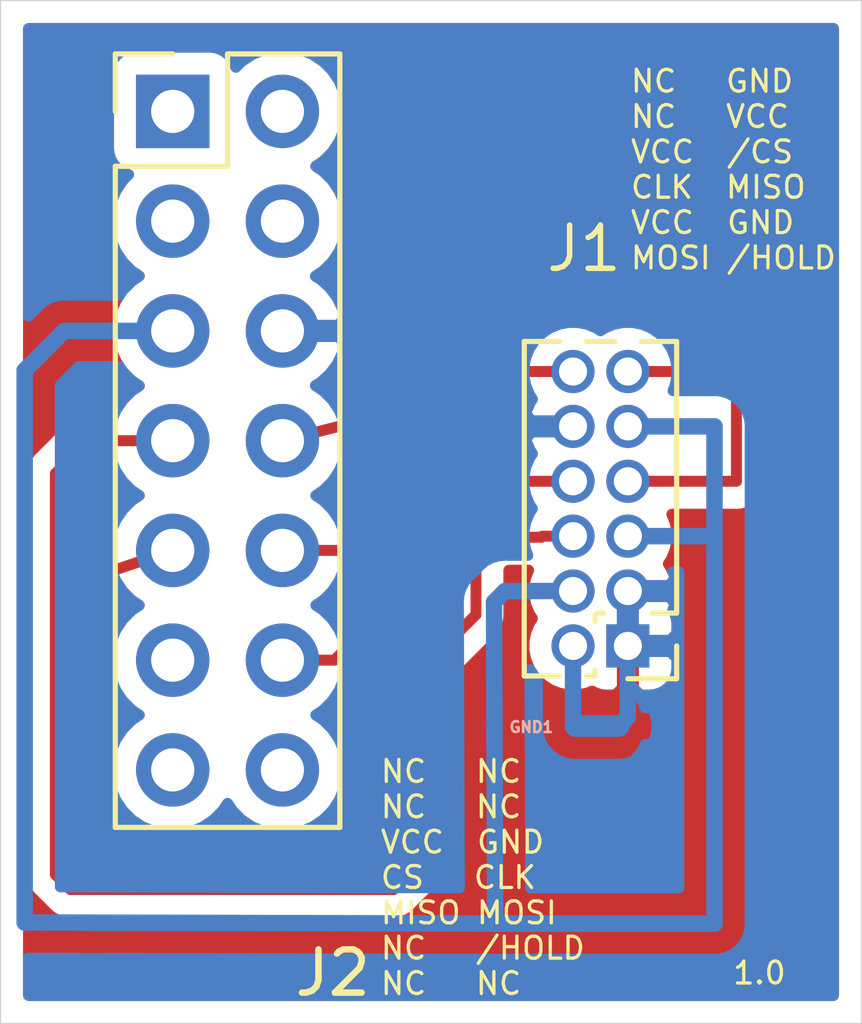
<source format=kicad_pcb>
(kicad_pcb (version 20171130) (host pcbnew 5.1.5+dfsg1-2build2)

  (general
    (thickness 1.6)
    (drawings 7)
    (tracks 56)
    (zones 0)
    (modules 3)
    (nets 16)
  )

  (page A4)
  (title_block
    (title Dediprog_2_UP)
    (date 2020-08-23)
    (rev v01)
    (comment 2 creativecommons.org/licenses/by/4.0)
    (comment 3 "License: CC BY 4.0")
    (comment 4 "Author: David Hendricks")
  )

  (layers
    (0 F.Cu signal hide)
    (31 B.Cu signal hide)
    (32 B.Adhes user)
    (33 F.Adhes user)
    (34 B.Paste user)
    (35 F.Paste user)
    (36 B.SilkS user)
    (37 F.SilkS user)
    (38 B.Mask user)
    (39 F.Mask user)
    (40 Dwgs.User user)
    (41 Cmts.User user)
    (42 Eco1.User user)
    (43 Eco2.User user)
    (44 Edge.Cuts user)
    (45 Margin user)
    (46 B.CrtYd user)
    (47 F.CrtYd user)
    (48 B.Fab user)
    (49 F.Fab user)
  )

  (setup
    (last_trace_width 0.254)
    (user_trace_width 0.1524)
    (user_trace_width 0.381)
    (trace_clearance 0.254)
    (zone_clearance 0.508)
    (zone_45_only no)
    (trace_min 0.1524)
    (via_size 0.762)
    (via_drill 0.381)
    (via_min_size 0.508)
    (via_min_drill 0.254)
    (uvia_size 0.508)
    (uvia_drill 0.254)
    (uvias_allowed no)
    (uvia_min_size 0.508)
    (uvia_min_drill 0.254)
    (edge_width 0.05)
    (segment_width 0.2)
    (pcb_text_width 0.3)
    (pcb_text_size 1.5 1.5)
    (mod_edge_width 0.12)
    (mod_text_size 1 1)
    (mod_text_width 0.15)
    (pad_size 1.524 1.524)
    (pad_drill 0.762)
    (pad_to_mask_clearance 0.0508)
    (solder_mask_min_width 0.1016)
    (aux_axis_origin 0 0)
    (visible_elements FFFFFF7F)
    (pcbplotparams
      (layerselection 0x010fc_ffffffff)
      (usegerberextensions true)
      (usegerberattributes false)
      (usegerberadvancedattributes false)
      (creategerberjobfile false)
      (excludeedgelayer true)
      (linewidth 0.100000)
      (plotframeref false)
      (viasonmask false)
      (mode 1)
      (useauxorigin false)
      (hpglpennumber 1)
      (hpglpenspeed 20)
      (hpglpendiameter 15.000000)
      (psnegative false)
      (psa4output false)
      (plotreference true)
      (plotvalue false)
      (plotinvisibletext false)
      (padsonsilk false)
      (subtractmaskfromsilk false)
      (outputformat 1)
      (mirror false)
      (drillshape 0)
      (scaleselection 1)
      (outputdirectory "dediprog_sf100_2_up_gerbers/"))
  )

  (net 0 "")
  (net 1 GND)
  (net 2 /CLK)
  (net 3 /MISO)
  (net 4 /MOSI)
  (net 5 "Net-(GND1-Pad1)")
  (net 6 "Net-(J2-Pad1)")
  (net 7 "Net-(J2-Pad2)")
  (net 8 "Net-(J2-Pad11)")
  (net 9 "Net-(J2-Pad13)")
  (net 10 "Net-(J2-Pad14)")
  (net 11 /VCC)
  (net 12 /#HOLD)
  (net 13 /CS#)
  (net 14 "Net-(J2-Pad3)")
  (net 15 "Net-(J2-Pad4)")

  (net_class Default "This is the default net class."
    (clearance 0.254)
    (trace_width 0.254)
    (via_dia 0.762)
    (via_drill 0.381)
    (uvia_dia 0.508)
    (uvia_drill 0.254)
    (add_net /#HOLD)
    (add_net /CLK)
    (add_net /CS#)
    (add_net /MISO)
    (add_net /MOSI)
    (add_net /VCC)
    (add_net GND)
    (add_net "Net-(GND1-Pad1)")
    (add_net "Net-(J2-Pad1)")
    (add_net "Net-(J2-Pad11)")
    (add_net "Net-(J2-Pad13)")
    (add_net "Net-(J2-Pad14)")
    (add_net "Net-(J2-Pad2)")
    (add_net "Net-(J2-Pad3)")
    (add_net "Net-(J2-Pad4)")
  )

  (net_class Narrow ""
    (clearance 0.254)
    (trace_width 0.1524)
    (via_dia 0.762)
    (via_drill 0.381)
    (uvia_dia 0.508)
    (uvia_drill 0.254)
  )

  (module Connector_PinHeader_1.27mm:PinHeader_2x06_P1.27mm_Vertical (layer F.Cu) (tedit 59FED6E3) (tstamp 5F42DEB6)
    (at 145.3134 103.8352 180)
    (descr "Through hole straight pin header, 2x06, 1.27mm pitch, double rows")
    (tags "Through hole pin header THT 2x06 1.27mm double row")
    (path /5F3E16BB)
    (fp_text reference J1 (at 1.016 9.1948) (layer F.SilkS)
      (effects (font (size 0.999998 0.999998) (thickness 0.127)))
    )
    (fp_text value Conn_02x6_Odd_Even (at 0.635 8.045) (layer F.Fab)
      (effects (font (size 0.25 0.25) (thickness 0.05)))
    )
    (fp_line (start -0.2175 -0.635) (end 2.34 -0.635) (layer F.Fab) (width 0.1))
    (fp_line (start 2.34 -0.635) (end 2.34 6.985) (layer F.Fab) (width 0.1))
    (fp_line (start 2.34 6.985) (end -1.07 6.985) (layer F.Fab) (width 0.1))
    (fp_line (start -1.07 6.985) (end -1.07 0.2175) (layer F.Fab) (width 0.1))
    (fp_line (start -1.07 0.2175) (end -0.2175 -0.635) (layer F.Fab) (width 0.1))
    (fp_line (start -1.13 7.045) (end -0.30753 7.045) (layer F.SilkS) (width 0.12))
    (fp_line (start 1.57753 7.045) (end 2.4 7.045) (layer F.SilkS) (width 0.12))
    (fp_line (start 0.30753 7.045) (end 0.96247 7.045) (layer F.SilkS) (width 0.12))
    (fp_line (start -1.13 0.76) (end -1.13 7.045) (layer F.SilkS) (width 0.12))
    (fp_line (start 2.4 -0.695) (end 2.4 7.045) (layer F.SilkS) (width 0.12))
    (fp_line (start -1.13 0.76) (end -0.563471 0.76) (layer F.SilkS) (width 0.12))
    (fp_line (start 0.563471 0.76) (end 0.706529 0.76) (layer F.SilkS) (width 0.12))
    (fp_line (start 0.76 0.706529) (end 0.76 0.563471) (layer F.SilkS) (width 0.12))
    (fp_line (start 0.76 -0.563471) (end 0.76 -0.695) (layer F.SilkS) (width 0.12))
    (fp_line (start 0.76 -0.695) (end 0.96247 -0.695) (layer F.SilkS) (width 0.12))
    (fp_line (start 1.57753 -0.695) (end 2.4 -0.695) (layer F.SilkS) (width 0.12))
    (fp_line (start -1.13 0) (end -1.13 -0.76) (layer F.SilkS) (width 0.12))
    (fp_line (start -1.13 -0.76) (end 0 -0.76) (layer F.SilkS) (width 0.12))
    (fp_line (start -1.6 -1.15) (end -1.6 7.5) (layer F.CrtYd) (width 0.05))
    (fp_line (start -1.6 7.5) (end 2.85 7.5) (layer F.CrtYd) (width 0.05))
    (fp_line (start 2.85 7.5) (end 2.85 -1.15) (layer F.CrtYd) (width 0.05))
    (fp_line (start 2.85 -1.15) (end -1.6 -1.15) (layer F.CrtYd) (width 0.05))
    (pad 1 thru_hole rect (at 0 0 180) (size 1 1) (drill 0.65) (layers *.Cu *.Mask)
      (net 1 GND))
    (pad 2 thru_hole oval (at 1.27 0 180) (size 1 1) (drill 0.65) (layers *.Cu *.Mask)
      (net 5 "Net-(GND1-Pad1)"))
    (pad 3 thru_hole oval (at 0 1.27 180) (size 1 1) (drill 0.65) (layers *.Cu *.Mask)
      (net 1 GND))
    (pad 4 thru_hole oval (at 1.27 1.27 180) (size 1 1) (drill 0.65) (layers *.Cu *.Mask)
      (net 11 /VCC))
    (pad 5 thru_hole oval (at 0 2.54 180) (size 1 1) (drill 0.65) (layers *.Cu *.Mask)
      (net 11 /VCC))
    (pad 6 thru_hole oval (at 1.27 2.54 180) (size 1 1) (drill 0.65) (layers *.Cu *.Mask)
      (net 13 /CS#))
    (pad 7 thru_hole oval (at 0 3.81 180) (size 1 1) (drill 0.65) (layers *.Cu *.Mask)
      (net 2 /CLK))
    (pad 8 thru_hole oval (at 1.27 3.81 180) (size 1 1) (drill 0.65) (layers *.Cu *.Mask)
      (net 3 /MISO))
    (pad 9 thru_hole oval (at 0 5.08 180) (size 1 1) (drill 0.65) (layers *.Cu *.Mask)
      (net 11 /VCC))
    (pad 10 thru_hole oval (at 1.27 5.08 180) (size 1 1) (drill 0.65) (layers *.Cu *.Mask)
      (net 1 GND))
    (pad 11 thru_hole oval (at 0 6.35 180) (size 1 1) (drill 0.65) (layers *.Cu *.Mask)
      (net 4 /MOSI))
    (pad 12 thru_hole oval (at 1.27 6.35 180) (size 1 1) (drill 0.65) (layers *.Cu *.Mask)
      (net 12 /#HOLD))
    (model ${KISYS3DMOD}/Connector_PinHeader_1.27mm.3dshapes/PinHeader_2x06_P1.27mm_Vertical.wrl
      (at (xyz 0 0 0))
      (scale (xyz 1 1 1))
      (rotate (xyz 0 0 0))
    )
  )

  (module NetTie:NetTie-2_SMD_Pad0.5mm (layer B.Cu) (tedit 5A1CF6D3) (tstamp 5F4C7A26)
    (at 144.6022 105.6894)
    (descr "Net tie, 2 pin, 0.5mm square SMD pads")
    (tags "net tie")
    (path /5F50BA9D)
    (attr virtual)
    (fp_text reference GND1 (at -1.524 0.0254) (layer B.SilkS)
      (effects (font (size 0.25 0.25) (thickness 0.0625)))
    )
    (fp_text value Net-Tie_2 (at 0.0254 0.762) (layer B.Fab)
      (effects (font (size 0.25 0.25) (thickness 0.05)) (justify mirror))
    )
    (fp_poly (pts (xy -0.5 0.25) (xy 0.5 0.25) (xy 0.5 -0.25) (xy -0.5 -0.25)) (layer B.Cu) (width 0))
    (fp_line (start 1 0.5) (end -1 0.5) (layer B.CrtYd) (width 0.05))
    (fp_line (start 1 -0.5) (end 1 0.5) (layer B.CrtYd) (width 0.05))
    (fp_line (start -1 -0.5) (end 1 -0.5) (layer B.CrtYd) (width 0.05))
    (fp_line (start -1 0.5) (end -1 -0.5) (layer B.CrtYd) (width 0.05))
    (pad 1 smd circle (at -0.5 0) (size 0.5 0.5) (layers B.Cu)
      (net 5 "Net-(GND1-Pad1)"))
    (pad 2 smd circle (at 0.5 0) (size 0.5 0.5) (layers B.Cu)
      (net 1 GND))
  )

  (module Connector_PinHeader_2.54mm:PinHeader_2x07_P2.54mm_Vertical (layer F.Cu) (tedit 59FED5CC) (tstamp 5FA19247)
    (at 134.7724 91.4654)
    (descr "Through hole straight pin header, 2x07, 2.54mm pitch, double rows")
    (tags "Through hole pin header THT 2x07 2.54mm double row")
    (path /5FA12949)
    (fp_text reference J2 (at 3.7084 19.939) (layer F.SilkS)
      (effects (font (size 1 1) (thickness 0.15)))
    )
    (fp_text value Conn_02x07_Odd_Even (at 1.27 17.57) (layer F.Fab)
      (effects (font (size 0.25 0.25) (thickness 0.05)))
    )
    (fp_line (start 0 -1.27) (end 3.81 -1.27) (layer F.Fab) (width 0.1))
    (fp_line (start 3.81 -1.27) (end 3.81 16.51) (layer F.Fab) (width 0.1))
    (fp_line (start 3.81 16.51) (end -1.27 16.51) (layer F.Fab) (width 0.1))
    (fp_line (start -1.27 16.51) (end -1.27 0) (layer F.Fab) (width 0.1))
    (fp_line (start -1.27 0) (end 0 -1.27) (layer F.Fab) (width 0.1))
    (fp_line (start -1.33 16.57) (end 3.87 16.57) (layer F.SilkS) (width 0.12))
    (fp_line (start -1.33 1.27) (end -1.33 16.57) (layer F.SilkS) (width 0.12))
    (fp_line (start 3.87 -1.33) (end 3.87 16.57) (layer F.SilkS) (width 0.12))
    (fp_line (start -1.33 1.27) (end 1.27 1.27) (layer F.SilkS) (width 0.12))
    (fp_line (start 1.27 1.27) (end 1.27 -1.33) (layer F.SilkS) (width 0.12))
    (fp_line (start 1.27 -1.33) (end 3.87 -1.33) (layer F.SilkS) (width 0.12))
    (fp_line (start -1.33 0) (end -1.33 -1.33) (layer F.SilkS) (width 0.12))
    (fp_line (start -1.33 -1.33) (end 0 -1.33) (layer F.SilkS) (width 0.12))
    (fp_line (start -1.8 -1.8) (end -1.8 17.05) (layer F.CrtYd) (width 0.05))
    (fp_line (start -1.8 17.05) (end 4.35 17.05) (layer F.CrtYd) (width 0.05))
    (fp_line (start 4.35 17.05) (end 4.35 -1.8) (layer F.CrtYd) (width 0.05))
    (fp_line (start 4.35 -1.8) (end -1.8 -1.8) (layer F.CrtYd) (width 0.05))
    (fp_text user %R (at 1.27 7.62 90) (layer F.Fab)
      (effects (font (size 1 1) (thickness 0.15)))
    )
    (pad 1 thru_hole rect (at 0 0) (size 1.7 1.7) (drill 1) (layers *.Cu *.Mask)
      (net 6 "Net-(J2-Pad1)"))
    (pad 2 thru_hole oval (at 2.54 0) (size 1.7 1.7) (drill 1) (layers *.Cu *.Mask)
      (net 7 "Net-(J2-Pad2)"))
    (pad 3 thru_hole oval (at 0 2.54) (size 1.7 1.7) (drill 1) (layers *.Cu *.Mask)
      (net 14 "Net-(J2-Pad3)"))
    (pad 4 thru_hole oval (at 2.54 2.54) (size 1.7 1.7) (drill 1) (layers *.Cu *.Mask)
      (net 15 "Net-(J2-Pad4)"))
    (pad 5 thru_hole oval (at 0 5.08) (size 1.7 1.7) (drill 1) (layers *.Cu *.Mask)
      (net 11 /VCC))
    (pad 6 thru_hole oval (at 2.54 5.08) (size 1.7 1.7) (drill 1) (layers *.Cu *.Mask)
      (net 1 GND))
    (pad 7 thru_hole oval (at 0 7.62) (size 1.7 1.7) (drill 1) (layers *.Cu *.Mask)
      (net 13 /CS#))
    (pad 8 thru_hole oval (at 2.54 7.62) (size 1.7 1.7) (drill 1) (layers *.Cu *.Mask)
      (net 2 /CLK))
    (pad 9 thru_hole oval (at 0 10.16) (size 1.7 1.7) (drill 1) (layers *.Cu *.Mask)
      (net 3 /MISO))
    (pad 10 thru_hole oval (at 2.54 10.16) (size 1.7 1.7) (drill 1) (layers *.Cu *.Mask)
      (net 4 /MOSI))
    (pad 11 thru_hole oval (at 0 12.7) (size 1.7 1.7) (drill 1) (layers *.Cu *.Mask)
      (net 8 "Net-(J2-Pad11)"))
    (pad 12 thru_hole oval (at 2.54 12.7) (size 1.7 1.7) (drill 1) (layers *.Cu *.Mask)
      (net 12 /#HOLD))
    (pad 13 thru_hole oval (at 0 15.24) (size 1.7 1.7) (drill 1) (layers *.Cu *.Mask)
      (net 9 "Net-(J2-Pad13)"))
    (pad 14 thru_hole oval (at 2.54 15.24) (size 1.7 1.7) (drill 1) (layers *.Cu *.Mask)
      (net 10 "Net-(J2-Pad14)"))
    (model ${KISYS3DMOD}/Connector_PinHeader_2.54mm.3dshapes/PinHeader_2x07_P2.54mm_Vertical.wrl
      (at (xyz 0 0 0))
      (scale (xyz 1 1 1))
      (rotate (xyz 0 0 0))
    )
  )

  (gr_text "NC   GND\nNC   VCC\nVCC  /CS\nCLK  MISO\nVCC  GND\nMOSI /HOLD" (at 145.3388 92.8116) (layer F.SilkS) (tstamp 5FA8E56F)
    (effects (font (size 0.508 0.508) (thickness 0.0762)) (justify left))
  )
  (gr_line (start 150.7236 88.9) (end 150.7236 112.5728) (layer Edge.Cuts) (width 0.0254) (tstamp 5FA79D4C))
  (gr_line (start 130.7846 112.5728) (end 130.7846 88.9) (layer Edge.Cuts) (width 0.0254))
  (gr_text 1.0 (at 148.3614 111.4044) (layer F.SilkS)
    (effects (font (size 0.508 0.508) (thickness 0.0762)))
  )
  (gr_text "NC   NC\nNC   NC\nVCC  GND\nCS   CLK\nMISO MOSI\nNC   /HOLD\nNC   NC" (at 139.5476 109.1946) (layer F.SilkS)
    (effects (font (size 0.508 0.508) (thickness 0.0762)) (justify left))
  )
  (gr_line (start 150.7236 112.5728) (end 130.7846 112.5728) (layer Edge.Cuts) (width 0.0254))
  (gr_line (start 130.7846 88.9) (end 150.7236 88.9) (layer Edge.Cuts) (width 0.0254))

  (segment (start 145.3134 105.4782) (end 145.1022 105.6894) (width 0.381) (layer B.Cu) (net 1))
  (segment (start 145.3134 103.8352) (end 145.3134 105.4782) (width 0.381) (layer B.Cu) (net 1))
  (segment (start 139.7 98.5012) (end 139.5222 98.5266) (width 0.254) (layer F.Cu) (net 2))
  (segment (start 139.5222 98.5266) (end 137.3124 99.0854) (width 0.254) (layer F.Cu) (net 2))
  (segment (start 139.72541 95.24999) (end 139.7 98.5012) (width 0.254) (layer F.Cu) (net 2))
  (segment (start 147.505024 95.24999) (end 139.72541 95.24999) (width 0.254) (layer F.Cu) (net 2))
  (segment (start 147.828 95.572966) (end 147.505024 95.24999) (width 0.254) (layer F.Cu) (net 2))
  (segment (start 147.828 100.0252) (end 147.828 95.572966) (width 0.254) (layer F.Cu) (net 2))
  (segment (start 145.3134 100.0252) (end 147.828 100.0252) (width 0.254) (layer F.Cu) (net 2))
  (segment (start 139.6746 108.966) (end 132.6134 108.966) (width 0.254) (layer F.Cu) (net 3))
  (segment (start 139.6746 104.1654) (end 139.6746 108.966) (width 0.254) (layer F.Cu) (net 3))
  (segment (start 132.588 102.362) (end 134.7724 101.6254) (width 0.254) (layer F.Cu) (net 3))
  (segment (start 141.27482 102.56518) (end 139.6746 104.1654) (width 0.254) (layer F.Cu) (net 3))
  (segment (start 141.27482 100.05058) (end 141.27482 102.56518) (width 0.254) (layer F.Cu) (net 3))
  (segment (start 132.6134 108.966) (end 132.588 102.362) (width 0.254) (layer F.Cu) (net 3))
  (segment (start 141.3002 100.0252) (end 141.27482 100.05058) (width 0.254) (layer F.Cu) (net 3))
  (segment (start 144.0434 100.0252) (end 141.3002 100.0252) (width 0.254) (layer F.Cu) (net 3))
  (segment (start 147.2946 97.4852) (end 147.2946 95.758) (width 0.254) (layer F.Cu) (net 4))
  (segment (start 145.3134 97.4852) (end 147.2946 97.4852) (width 0.254) (layer F.Cu) (net 4))
  (segment (start 147.2946 95.758) (end 140.2334 95.758) (width 0.254) (layer F.Cu) (net 4))
  (segment (start 140.2334 95.758) (end 140.2334 101.6254) (width 0.254) (layer F.Cu) (net 4))
  (segment (start 140.2334 101.6254) (end 137.3124 101.6254) (width 0.254) (layer F.Cu) (net 4))
  (segment (start 144.0434 105.6306) (end 144.1022 105.6894) (width 0.381) (layer B.Cu) (net 5))
  (segment (start 144.0434 103.8352) (end 144.0434 105.6306) (width 0.381) (layer B.Cu) (net 5))
  (segment (start 132.2578 96.5454) (end 134.7724 96.5454) (width 0.381) (layer B.Cu) (net 11))
  (segment (start 131.3434 97.4598) (end 132.2578 96.5454) (width 0.381) (layer B.Cu) (net 11))
  (segment (start 131.3434 110.236) (end 131.3434 97.4598) (width 0.381) (layer B.Cu) (net 11))
  (segment (start 142.24 110.2614) (end 131.3434 110.236) (width 0.381) (layer B.Cu) (net 11))
  (segment (start 142.2146 102.8192) (end 142.24 110.2614) (width 0.381) (layer B.Cu) (net 11))
  (segment (start 142.4686 102.5652) (end 144.0434 102.5652) (width 0.381) (layer B.Cu) (net 11))
  (segment (start 142.2146 102.8192) (end 142.4686 102.5652) (width 0.381) (layer B.Cu) (net 11))
  (segment (start 144.4498 110.2614) (end 142.24 110.2614) (width 0.381) (layer B.Cu) (net 11))
  (segment (start 147.32 110.2614) (end 144.4498 110.2614) (width 0.381) (layer B.Cu) (net 11))
  (segment (start 145.3134 98.7552) (end 147.32 98.7552) (width 0.381) (layer B.Cu) (net 11))
  (segment (start 145.3134 101.2952) (end 147.32 101.2952) (width 0.381) (layer B.Cu) (net 11))
  (segment (start 147.32 101.2952) (end 147.32 110.2614) (width 0.381) (layer B.Cu) (net 11))
  (segment (start 147.32 98.7552) (end 147.32 101.2952) (width 0.381) (layer B.Cu) (net 11))
  (segment (start 144.0434 97.4852) (end 140.76681 97.4852) (width 0.254) (layer F.Cu) (net 12))
  (segment (start 140.76681 101.810424) (end 140.7668 101.810434) (width 0.254) (layer F.Cu) (net 12))
  (segment (start 140.76681 97.4852) (end 140.76681 101.810424) (width 0.254) (layer F.Cu) (net 12))
  (segment (start 138.514481 104.1654) (end 137.3124 104.1654) (width 0.254) (layer F.Cu) (net 12))
  (segment (start 140.7668 101.913081) (end 138.514481 104.1654) (width 0.254) (layer F.Cu) (net 12))
  (segment (start 140.7668 101.810434) (end 140.7668 101.913081) (width 0.254) (layer F.Cu) (net 12))
  (segment (start 132.8166 99.0854) (end 134.7724 99.0854) (width 0.254) (layer F.Cu) (net 13))
  (segment (start 132.0546 99.8474) (end 132.8166 99.0854) (width 0.254) (layer F.Cu) (net 13))
  (segment (start 132.0546 109.125634) (end 132.0546 99.8474) (width 0.254) (layer F.Cu) (net 13))
  (segment (start 139.885024 109.47401) (end 132.402976 109.47401) (width 0.254) (layer F.Cu) (net 13))
  (segment (start 141.79549 103.11129) (end 140.208 104.69878) (width 0.254) (layer F.Cu) (net 13))
  (segment (start 140.208 109.151034) (end 139.885024 109.47401) (width 0.254) (layer F.Cu) (net 13))
  (segment (start 141.79549 101.46031) (end 141.79549 103.11129) (width 0.254) (layer F.Cu) (net 13))
  (segment (start 132.402976 109.47401) (end 132.0546 109.125634) (width 0.254) (layer F.Cu) (net 13))
  (segment (start 141.9352 101.3206) (end 141.79549 101.46031) (width 0.254) (layer F.Cu) (net 13))
  (segment (start 143.310894 101.3206) (end 141.9352 101.3206) (width 0.254) (layer F.Cu) (net 13))
  (segment (start 143.336294 101.2952) (end 143.310894 101.3206) (width 0.254) (layer F.Cu) (net 13))
  (segment (start 140.208 104.69878) (end 140.208 109.151034) (width 0.254) (layer F.Cu) (net 13))
  (segment (start 144.0434 101.2952) (end 143.336294 101.2952) (width 0.254) (layer F.Cu) (net 13))

  (zone (net 1) (net_name GND) (layer F.Cu) (tstamp 5FA8E894) (hatch edge 0.508)
    (connect_pads (clearance 0.508))
    (min_thickness 0.254)
    (fill yes (arc_segments 32) (thermal_gap 0.508) (thermal_bridge_width 0.508))
    (polygon
      (pts
        (xy 150.876 112.776) (xy 130.0734 112.776) (xy 130.048 88.646) (xy 150.876 88.646)
      )
    )
    (filled_polygon
      (pts
        (xy 150.075901 111.9251) (xy 131.4323 111.9251) (xy 131.4323 109.568505) (xy 131.457583 109.599312) (xy 131.513178 109.667056)
        (xy 131.542254 109.690918) (xy 131.837692 109.986356) (xy 131.861554 110.015432) (xy 131.977584 110.110655) (xy 132.109961 110.181412)
        (xy 132.253598 110.224984) (xy 132.36555 110.23601) (xy 132.365552 110.23601) (xy 132.402975 110.239696) (xy 132.440398 110.23601)
        (xy 139.847601 110.23601) (xy 139.885024 110.239696) (xy 139.922447 110.23601) (xy 139.92245 110.23601) (xy 140.034402 110.224984)
        (xy 140.178039 110.181412) (xy 140.310416 110.110655) (xy 140.426446 110.015432) (xy 140.450308 109.986356) (xy 140.720346 109.716318)
        (xy 140.749422 109.692456) (xy 140.844645 109.576426) (xy 140.915402 109.444049) (xy 140.958974 109.300412) (xy 140.97 109.18846)
        (xy 140.97 109.188458) (xy 140.973686 109.151035) (xy 140.97 109.113612) (xy 140.97 105.01441) (xy 142.307842 103.676569)
        (xy 142.336912 103.652712) (xy 142.364262 103.619386) (xy 142.432135 103.536683) (xy 142.472059 103.461989) (xy 142.502892 103.404305)
        (xy 142.546464 103.260668) (xy 142.55749 103.148716) (xy 142.55749 103.148713) (xy 142.561176 103.11129) (xy 142.55749 103.073867)
        (xy 142.55749 102.0826) (xy 143.014784 102.0826) (xy 142.952017 102.234133) (xy 142.9084 102.453412) (xy 142.9084 102.676988)
        (xy 142.952017 102.896267) (xy 143.037576 103.102824) (xy 143.102641 103.2002) (xy 143.037576 103.297576) (xy 142.952017 103.504133)
        (xy 142.9084 103.723412) (xy 142.9084 103.946988) (xy 142.952017 104.166267) (xy 143.037576 104.372824) (xy 143.161788 104.55872)
        (xy 143.31988 104.716812) (xy 143.505776 104.841024) (xy 143.712333 104.926583) (xy 143.931612 104.9702) (xy 144.155188 104.9702)
        (xy 144.374467 104.926583) (xy 144.486174 104.880312) (xy 144.56922 104.924702) (xy 144.688918 104.961012) (xy 144.8134 104.973272)
        (xy 145.02765 104.9702) (xy 145.1864 104.81145) (xy 145.1864 103.9622) (xy 145.4404 103.9622) (xy 145.4404 104.81145)
        (xy 145.59915 104.9702) (xy 145.8134 104.973272) (xy 145.937882 104.961012) (xy 146.05758 104.924702) (xy 146.167894 104.865737)
        (xy 146.264585 104.786385) (xy 146.343937 104.689694) (xy 146.402902 104.57938) (xy 146.439212 104.459682) (xy 146.451472 104.3352)
        (xy 146.4484 104.12095) (xy 146.28965 103.9622) (xy 145.4404 103.9622) (xy 145.1864 103.9622) (xy 145.175374 103.9622)
        (xy 145.1784 103.946988) (xy 145.1784 103.723412) (xy 145.175374 103.7082) (xy 145.1864 103.7082) (xy 145.1864 102.6922)
        (xy 145.4404 102.6922) (xy 145.4404 103.7082) (xy 146.28965 103.7082) (xy 146.4484 103.54945) (xy 146.451472 103.3352)
        (xy 146.439212 103.210718) (xy 146.402902 103.09102) (xy 146.35533 103.00202) (xy 146.390846 102.922064) (xy 146.407519 102.867074)
        (xy 146.281354 102.6922) (xy 145.4404 102.6922) (xy 145.1864 102.6922) (xy 145.175374 102.6922) (xy 145.1784 102.676988)
        (xy 145.1784 102.453412) (xy 145.175374 102.4382) (xy 145.1864 102.4382) (xy 145.1864 102.427174) (xy 145.201612 102.4302)
        (xy 145.425188 102.4302) (xy 145.4404 102.427174) (xy 145.4404 102.4382) (xy 146.281354 102.4382) (xy 146.407519 102.263326)
        (xy 146.390846 102.208336) (xy 146.300523 102.004994) (xy 146.251047 101.934858) (xy 146.319224 101.832824) (xy 146.404783 101.626267)
        (xy 146.4484 101.406988) (xy 146.4484 101.183412) (xy 146.404783 100.964133) (xy 146.331495 100.7872) (xy 147.790574 100.7872)
        (xy 147.828 100.790886) (xy 147.865425 100.7872) (xy 147.865426 100.7872) (xy 147.977378 100.776174) (xy 148.121015 100.732602)
        (xy 148.253392 100.661845) (xy 148.369422 100.566622) (xy 148.464645 100.450592) (xy 148.535402 100.318215) (xy 148.578974 100.174578)
        (xy 148.593686 100.0252) (xy 148.59 99.987774) (xy 148.59 95.610388) (xy 148.593686 95.572965) (xy 148.583051 95.464986)
        (xy 148.578974 95.423588) (xy 148.535402 95.279951) (xy 148.464645 95.147574) (xy 148.369422 95.031544) (xy 148.340346 95.007682)
        (xy 148.070308 94.737644) (xy 148.046446 94.708568) (xy 147.930416 94.613345) (xy 147.798039 94.542588) (xy 147.654402 94.499016)
        (xy 147.54245 94.48799) (xy 147.542447 94.48799) (xy 147.505024 94.484304) (xy 147.467601 94.48799) (xy 139.765816 94.48799)
        (xy 139.731394 94.484328) (xy 139.690976 94.48799) (xy 139.687984 94.48799) (xy 139.653612 94.491375) (xy 139.581906 94.497872)
        (xy 139.579026 94.498721) (xy 139.576032 94.499016) (xy 139.506995 94.519958) (xy 139.437933 94.54032) (xy 139.435274 94.541715)
        (xy 139.432395 94.542588) (xy 139.36873 94.576617) (xy 139.305007 94.610041) (xy 139.302674 94.611925) (xy 139.300018 94.613345)
        (xy 139.244215 94.659141) (xy 139.188236 94.704354) (xy 139.186314 94.706659) (xy 139.183988 94.708568) (xy 139.138193 94.764369)
        (xy 139.09211 94.819636) (xy 139.090675 94.82227) (xy 139.088765 94.824598) (xy 139.054737 94.88826) (xy 139.02032 94.951456)
        (xy 139.019426 94.954322) (xy 139.018008 94.956975) (xy 138.997062 95.026024) (xy 138.975627 95.094748) (xy 138.975309 95.097733)
        (xy 138.974436 95.100612) (xy 138.967366 95.172395) (xy 138.963726 95.206611) (xy 138.963703 95.209592) (xy 138.959724 95.24999)
        (xy 138.963118 95.284448) (xy 138.942776 97.887136) (xy 138.361286 98.034179) (xy 138.259032 97.931925) (xy 138.076866 97.810205)
        (xy 138.193755 97.740578) (xy 138.409988 97.545669) (xy 138.584041 97.31232) (xy 138.709225 97.049499) (xy 138.753876 96.90229)
        (xy 138.632555 96.6724) (xy 137.4394 96.6724) (xy 137.4394 96.6924) (xy 137.1854 96.6924) (xy 137.1854 96.6724)
        (xy 137.1654 96.6724) (xy 137.1654 96.4184) (xy 137.1854 96.4184) (xy 137.1854 96.3984) (xy 137.4394 96.3984)
        (xy 137.4394 96.4184) (xy 138.632555 96.4184) (xy 138.753876 96.18851) (xy 138.709225 96.041301) (xy 138.584041 95.77848)
        (xy 138.409988 95.545131) (xy 138.193755 95.350222) (xy 138.076866 95.280595) (xy 138.259032 95.158875) (xy 138.465875 94.952032)
        (xy 138.62839 94.708811) (xy 138.740332 94.438558) (xy 138.7974 94.15166) (xy 138.7974 93.85914) (xy 138.740332 93.572242)
        (xy 138.62839 93.301989) (xy 138.465875 93.058768) (xy 138.259032 92.851925) (xy 138.08464 92.7354) (xy 138.259032 92.618875)
        (xy 138.465875 92.412032) (xy 138.62839 92.168811) (xy 138.740332 91.898558) (xy 138.7974 91.61166) (xy 138.7974 91.31914)
        (xy 138.740332 91.032242) (xy 138.62839 90.761989) (xy 138.465875 90.518768) (xy 138.259032 90.311925) (xy 138.015811 90.14941)
        (xy 137.745558 90.037468) (xy 137.45866 89.9804) (xy 137.16614 89.9804) (xy 136.879242 90.037468) (xy 136.608989 90.14941)
        (xy 136.365768 90.311925) (xy 136.233913 90.44378) (xy 136.211902 90.37122) (xy 136.152937 90.260906) (xy 136.073585 90.164215)
        (xy 135.976894 90.084863) (xy 135.86658 90.025898) (xy 135.746882 89.989588) (xy 135.6224 89.977328) (xy 133.9224 89.977328)
        (xy 133.797918 89.989588) (xy 133.67822 90.025898) (xy 133.567906 90.084863) (xy 133.471215 90.164215) (xy 133.391863 90.260906)
        (xy 133.332898 90.37122) (xy 133.296588 90.490918) (xy 133.284328 90.6154) (xy 133.284328 92.3154) (xy 133.296588 92.439882)
        (xy 133.332898 92.55958) (xy 133.391863 92.669894) (xy 133.471215 92.766585) (xy 133.567906 92.845937) (xy 133.67822 92.904902)
        (xy 133.75078 92.926913) (xy 133.618925 93.058768) (xy 133.45641 93.301989) (xy 133.344468 93.572242) (xy 133.2874 93.85914)
        (xy 133.2874 94.15166) (xy 133.344468 94.438558) (xy 133.45641 94.708811) (xy 133.618925 94.952032) (xy 133.825768 95.158875)
        (xy 134.00016 95.2754) (xy 133.825768 95.391925) (xy 133.618925 95.598768) (xy 133.45641 95.841989) (xy 133.344468 96.112242)
        (xy 133.2874 96.39914) (xy 133.2874 96.69166) (xy 133.344468 96.978558) (xy 133.45641 97.248811) (xy 133.618925 97.492032)
        (xy 133.825768 97.698875) (xy 134.00016 97.8154) (xy 133.825768 97.931925) (xy 133.618925 98.138768) (xy 133.495558 98.3234)
        (xy 132.854023 98.3234) (xy 132.8166 98.319714) (xy 132.779177 98.3234) (xy 132.779174 98.3234) (xy 132.667222 98.334426)
        (xy 132.523585 98.377998) (xy 132.461964 98.410935) (xy 132.391207 98.448755) (xy 132.339703 98.491024) (xy 132.275178 98.543978)
        (xy 132.25132 98.573049) (xy 131.542249 99.282121) (xy 131.513179 99.305978) (xy 131.489322 99.335048) (xy 131.489321 99.335049)
        (xy 131.4323 99.404529) (xy 131.4323 89.5477) (xy 150.0759 89.5477)
      )
    )
    (filled_polygon
      (pts
        (xy 142.965954 98.398336) (xy 142.949281 98.453326) (xy 143.075446 98.6282) (xy 143.9164 98.6282) (xy 143.9164 98.617174)
        (xy 143.931612 98.6202) (xy 144.155188 98.6202) (xy 144.1704 98.617174) (xy 144.1704 98.6282) (xy 144.181426 98.6282)
        (xy 144.1784 98.643412) (xy 144.1784 98.866988) (xy 144.181426 98.8822) (xy 144.1704 98.8822) (xy 144.1704 98.893226)
        (xy 144.155188 98.8902) (xy 143.931612 98.8902) (xy 143.9164 98.893226) (xy 143.9164 98.8822) (xy 143.075446 98.8822)
        (xy 142.949281 99.057074) (xy 142.965954 99.112064) (xy 143.033087 99.2632) (xy 141.52881 99.2632) (xy 141.52881 98.2472)
        (xy 143.033087 98.2472)
      )
    )
  )
  (zone (net 1) (net_name GND) (layer B.Cu) (tstamp 5FA8E891) (hatch edge 0.508)
    (connect_pads (clearance 0.508))
    (min_thickness 0.254)
    (fill yes (arc_segments 32) (thermal_gap 0.508) (thermal_bridge_width 0.508))
    (polygon
      (pts
        (xy 151.1046 113.0554) (xy 130.0734 113.0554) (xy 130.0734 88.646) (xy 151.13 88.646)
      )
    )
    (filled_polygon
      (pts
        (xy 150.075901 111.9251) (xy 131.4323 111.9251) (xy 131.4323 111.061709) (xy 142.198484 111.086805) (xy 142.199447 111.0869)
        (xy 142.20087 111.0869) (xy 142.242831 111.090888) (xy 142.281954 111.0869) (xy 147.279447 111.0869) (xy 147.32 111.090894)
        (xy 147.481826 111.074956) (xy 147.637434 111.027753) (xy 147.780842 110.951099) (xy 147.906541 110.847941) (xy 148.009699 110.722242)
        (xy 148.086353 110.578834) (xy 148.133556 110.423226) (xy 148.1455 110.301953) (xy 148.149494 110.2614) (xy 148.1455 110.220847)
        (xy 148.1455 101.335753) (xy 148.149494 101.2952) (xy 148.1455 101.254647) (xy 148.1455 98.795753) (xy 148.149494 98.7552)
        (xy 148.133556 98.593374) (xy 148.086353 98.437766) (xy 148.009699 98.294358) (xy 147.906541 98.168659) (xy 147.780842 98.065501)
        (xy 147.637434 97.988847) (xy 147.481826 97.941644) (xy 147.360553 97.9297) (xy 147.32 97.925706) (xy 147.279447 97.9297)
        (xy 146.357797 97.9297) (xy 146.404783 97.816267) (xy 146.4484 97.596988) (xy 146.4484 97.373412) (xy 146.404783 97.154133)
        (xy 146.319224 96.947576) (xy 146.195012 96.76168) (xy 146.03692 96.603588) (xy 145.851024 96.479376) (xy 145.644467 96.393817)
        (xy 145.425188 96.3502) (xy 145.201612 96.3502) (xy 144.982333 96.393817) (xy 144.775776 96.479376) (xy 144.6784 96.544441)
        (xy 144.581024 96.479376) (xy 144.374467 96.393817) (xy 144.155188 96.3502) (xy 143.931612 96.3502) (xy 143.712333 96.393817)
        (xy 143.505776 96.479376) (xy 143.31988 96.603588) (xy 143.161788 96.76168) (xy 143.037576 96.947576) (xy 142.952017 97.154133)
        (xy 142.9084 97.373412) (xy 142.9084 97.596988) (xy 142.952017 97.816267) (xy 143.037576 98.022824) (xy 143.105753 98.124858)
        (xy 143.056277 98.194994) (xy 142.965954 98.398336) (xy 142.949281 98.453326) (xy 143.075446 98.6282) (xy 143.9164 98.6282)
        (xy 143.9164 98.617174) (xy 143.931612 98.6202) (xy 144.155188 98.6202) (xy 144.1704 98.617174) (xy 144.1704 98.6282)
        (xy 144.181426 98.6282) (xy 144.1784 98.643412) (xy 144.1784 98.866988) (xy 144.181426 98.8822) (xy 144.1704 98.8822)
        (xy 144.1704 98.893226) (xy 144.155188 98.8902) (xy 143.931612 98.8902) (xy 143.9164 98.893226) (xy 143.9164 98.8822)
        (xy 143.075446 98.8822) (xy 142.949281 99.057074) (xy 142.965954 99.112064) (xy 143.056277 99.315406) (xy 143.105753 99.385542)
        (xy 143.037576 99.487576) (xy 142.952017 99.694133) (xy 142.9084 99.913412) (xy 142.9084 100.136988) (xy 142.952017 100.356267)
        (xy 143.037576 100.562824) (xy 143.102641 100.6602) (xy 143.037576 100.757576) (xy 142.952017 100.964133) (xy 142.9084 101.183412)
        (xy 142.9084 101.406988) (xy 142.952017 101.626267) (xy 142.999003 101.7397) (xy 142.50915 101.7397) (xy 142.468599 101.735706)
        (xy 142.428049 101.7397) (xy 142.428047 101.7397) (xy 142.306774 101.751644) (xy 142.151166 101.798847) (xy 142.007758 101.875501)
        (xy 141.882059 101.978659) (xy 141.856202 102.010166) (xy 141.658563 102.207805) (xy 141.626061 102.234665) (xy 141.575624 102.296553)
        (xy 141.524901 102.358358) (xy 141.524228 102.359616) (xy 141.523333 102.360715) (xy 141.486018 102.431103) (xy 141.448247 102.501767)
        (xy 141.447833 102.503131) (xy 141.447169 102.504384) (xy 141.424257 102.580852) (xy 141.401045 102.657374) (xy 141.400906 102.658788)
        (xy 141.400497 102.660152) (xy 141.392941 102.739653) (xy 141.385106 102.8192) (xy 141.389239 102.861162) (xy 141.411672 109.433967)
        (xy 132.1689 109.412422) (xy 132.1689 97.801733) (xy 132.599733 97.3709) (xy 133.537987 97.3709) (xy 133.618925 97.492032)
        (xy 133.825768 97.698875) (xy 134.00016 97.8154) (xy 133.825768 97.931925) (xy 133.618925 98.138768) (xy 133.45641 98.381989)
        (xy 133.344468 98.652242) (xy 133.2874 98.93914) (xy 133.2874 99.23166) (xy 133.344468 99.518558) (xy 133.45641 99.788811)
        (xy 133.618925 100.032032) (xy 133.825768 100.238875) (xy 134.00016 100.3554) (xy 133.825768 100.471925) (xy 133.618925 100.678768)
        (xy 133.45641 100.921989) (xy 133.344468 101.192242) (xy 133.2874 101.47914) (xy 133.2874 101.77166) (xy 133.344468 102.058558)
        (xy 133.45641 102.328811) (xy 133.618925 102.572032) (xy 133.825768 102.778875) (xy 134.00016 102.8954) (xy 133.825768 103.011925)
        (xy 133.618925 103.218768) (xy 133.45641 103.461989) (xy 133.344468 103.732242) (xy 133.2874 104.01914) (xy 133.2874 104.31166)
        (xy 133.344468 104.598558) (xy 133.45641 104.868811) (xy 133.618925 105.112032) (xy 133.825768 105.318875) (xy 134.00016 105.4354)
        (xy 133.825768 105.551925) (xy 133.618925 105.758768) (xy 133.45641 106.001989) (xy 133.344468 106.272242) (xy 133.2874 106.55914)
        (xy 133.2874 106.85166) (xy 133.344468 107.138558) (xy 133.45641 107.408811) (xy 133.618925 107.652032) (xy 133.825768 107.858875)
        (xy 134.068989 108.02139) (xy 134.339242 108.133332) (xy 134.62614 108.1904) (xy 134.91866 108.1904) (xy 135.205558 108.133332)
        (xy 135.475811 108.02139) (xy 135.719032 107.858875) (xy 135.925875 107.652032) (xy 136.0424 107.47764) (xy 136.158925 107.652032)
        (xy 136.365768 107.858875) (xy 136.608989 108.02139) (xy 136.879242 108.133332) (xy 137.16614 108.1904) (xy 137.45866 108.1904)
        (xy 137.745558 108.133332) (xy 138.015811 108.02139) (xy 138.259032 107.858875) (xy 138.465875 107.652032) (xy 138.62839 107.408811)
        (xy 138.740332 107.138558) (xy 138.7974 106.85166) (xy 138.7974 106.55914) (xy 138.740332 106.272242) (xy 138.62839 106.001989)
        (xy 138.465875 105.758768) (xy 138.259032 105.551925) (xy 138.08464 105.4354) (xy 138.259032 105.318875) (xy 138.465875 105.112032)
        (xy 138.62839 104.868811) (xy 138.740332 104.598558) (xy 138.7974 104.31166) (xy 138.7974 104.01914) (xy 138.740332 103.732242)
        (xy 138.62839 103.461989) (xy 138.465875 103.218768) (xy 138.259032 103.011925) (xy 138.08464 102.8954) (xy 138.259032 102.778875)
        (xy 138.465875 102.572032) (xy 138.62839 102.328811) (xy 138.740332 102.058558) (xy 138.7974 101.77166) (xy 138.7974 101.47914)
        (xy 138.740332 101.192242) (xy 138.62839 100.921989) (xy 138.465875 100.678768) (xy 138.259032 100.471925) (xy 138.08464 100.3554)
        (xy 138.259032 100.238875) (xy 138.465875 100.032032) (xy 138.62839 99.788811) (xy 138.740332 99.518558) (xy 138.7974 99.23166)
        (xy 138.7974 98.93914) (xy 138.740332 98.652242) (xy 138.62839 98.381989) (xy 138.465875 98.138768) (xy 138.259032 97.931925)
        (xy 138.076866 97.810205) (xy 138.193755 97.740578) (xy 138.409988 97.545669) (xy 138.584041 97.31232) (xy 138.709225 97.049499)
        (xy 138.753876 96.90229) (xy 138.632555 96.6724) (xy 137.4394 96.6724) (xy 137.4394 96.6924) (xy 137.1854 96.6924)
        (xy 137.1854 96.6724) (xy 137.1654 96.6724) (xy 137.1654 96.4184) (xy 137.1854 96.4184) (xy 137.1854 96.3984)
        (xy 137.4394 96.3984) (xy 137.4394 96.4184) (xy 138.632555 96.4184) (xy 138.753876 96.18851) (xy 138.709225 96.041301)
        (xy 138.584041 95.77848) (xy 138.409988 95.545131) (xy 138.193755 95.350222) (xy 138.076866 95.280595) (xy 138.259032 95.158875)
        (xy 138.465875 94.952032) (xy 138.62839 94.708811) (xy 138.740332 94.438558) (xy 138.7974 94.15166) (xy 138.7974 93.85914)
        (xy 138.740332 93.572242) (xy 138.62839 93.301989) (xy 138.465875 93.058768) (xy 138.259032 92.851925) (xy 138.08464 92.7354)
        (xy 138.259032 92.618875) (xy 138.465875 92.412032) (xy 138.62839 92.168811) (xy 138.740332 91.898558) (xy 138.7974 91.61166)
        (xy 138.7974 91.31914) (xy 138.740332 91.032242) (xy 138.62839 90.761989) (xy 138.465875 90.518768) (xy 138.259032 90.311925)
        (xy 138.015811 90.14941) (xy 137.745558 90.037468) (xy 137.45866 89.9804) (xy 137.16614 89.9804) (xy 136.879242 90.037468)
        (xy 136.608989 90.14941) (xy 136.365768 90.311925) (xy 136.233913 90.44378) (xy 136.211902 90.37122) (xy 136.152937 90.260906)
        (xy 136.073585 90.164215) (xy 135.976894 90.084863) (xy 135.86658 90.025898) (xy 135.746882 89.989588) (xy 135.6224 89.977328)
        (xy 133.9224 89.977328) (xy 133.797918 89.989588) (xy 133.67822 90.025898) (xy 133.567906 90.084863) (xy 133.471215 90.164215)
        (xy 133.391863 90.260906) (xy 133.332898 90.37122) (xy 133.296588 90.490918) (xy 133.284328 90.6154) (xy 133.284328 92.3154)
        (xy 133.296588 92.439882) (xy 133.332898 92.55958) (xy 133.391863 92.669894) (xy 133.471215 92.766585) (xy 133.567906 92.845937)
        (xy 133.67822 92.904902) (xy 133.75078 92.926913) (xy 133.618925 93.058768) (xy 133.45641 93.301989) (xy 133.344468 93.572242)
        (xy 133.2874 93.85914) (xy 133.2874 94.15166) (xy 133.344468 94.438558) (xy 133.45641 94.708811) (xy 133.618925 94.952032)
        (xy 133.825768 95.158875) (xy 134.00016 95.2754) (xy 133.825768 95.391925) (xy 133.618925 95.598768) (xy 133.537987 95.7199)
        (xy 132.29835 95.7199) (xy 132.2578 95.715906) (xy 132.217249 95.7199) (xy 132.217247 95.7199) (xy 132.095974 95.731844)
        (xy 131.942235 95.77848) (xy 131.940366 95.779047) (xy 131.796957 95.855701) (xy 131.702758 95.933008) (xy 131.702755 95.933011)
        (xy 131.671259 95.958859) (xy 131.645411 95.990356) (xy 131.4323 96.203467) (xy 131.4323 89.5477) (xy 150.0759 89.5477)
      )
    )
    (filled_polygon
      (pts
        (xy 146.494501 109.4359) (xy 143.062687 109.4359) (xy 143.045447 104.384603) (xy 143.161788 104.55872) (xy 143.2179 104.614832)
        (xy 143.217901 105.59004) (xy 143.213906 105.6306) (xy 143.2172 105.664043) (xy 143.2172 105.776565) (xy 143.25121 105.947545)
        (xy 143.317923 106.108605) (xy 143.414776 106.253555) (xy 143.538045 106.376824) (xy 143.682995 106.473677) (xy 143.844055 106.54039)
        (xy 144.015035 106.5744) (xy 145.015626 106.5744) (xy 145.016198 106.574513) (xy 145.190528 106.574284) (xy 145.361464 106.540049)
        (xy 145.520374 106.474227) (xy 145.521685 106.413031) (xy 145.546486 106.39309) (xy 145.547917 106.391385) (xy 145.549643 106.389977)
        (xy 145.587739 106.343927) (xy 145.626147 106.298154) (xy 145.62722 106.296202) (xy 145.628639 106.294487) (xy 145.657051 106.241939)
        (xy 145.685851 106.189553) (xy 145.686525 106.187429) (xy 145.687583 106.185472) (xy 145.705234 106.12845) (xy 145.710658 106.111353)
        (xy 145.887027 106.107574) (xy 145.953528 105.946426) (xy 145.987313 105.775402) (xy 145.987084 105.601072) (xy 145.952849 105.430136)
        (xy 145.887027 105.271226) (xy 145.710428 105.267442) (xy 145.707812 105.258779) (xy 145.690962 105.201525) (xy 145.689931 105.199553)
        (xy 145.689287 105.19742) (xy 145.661212 105.144619) (xy 145.633545 105.091697) (xy 145.632151 105.089963) (xy 145.631105 105.087996)
        (xy 145.593317 105.041663) (xy 145.55589 104.995114) (xy 145.554185 104.993683) (xy 145.552777 104.991957) (xy 145.521695 104.966244)
        (xy 145.520374 104.904573) (xy 145.440402 104.871571) (xy 145.440402 104.811452) (xy 145.59915 104.9702) (xy 145.8134 104.973272)
        (xy 145.937882 104.961012) (xy 146.05758 104.924702) (xy 146.167894 104.865737) (xy 146.264585 104.786385) (xy 146.343937 104.689694)
        (xy 146.402902 104.57938) (xy 146.439212 104.459682) (xy 146.451472 104.3352) (xy 146.4484 104.12095) (xy 146.28965 103.9622)
        (xy 145.4404 103.9622) (xy 145.4404 103.9822) (xy 145.1864 103.9822) (xy 145.1864 103.9622) (xy 145.175374 103.9622)
        (xy 145.1784 103.946988) (xy 145.1784 103.723412) (xy 145.175374 103.7082) (xy 145.1864 103.7082) (xy 145.1864 102.6922)
        (xy 145.4404 102.6922) (xy 145.4404 103.7082) (xy 146.28965 103.7082) (xy 146.4484 103.54945) (xy 146.451472 103.3352)
        (xy 146.439212 103.210718) (xy 146.402902 103.09102) (xy 146.35533 103.00202) (xy 146.390846 102.922064) (xy 146.407519 102.867074)
        (xy 146.281354 102.6922) (xy 145.4404 102.6922) (xy 145.1864 102.6922) (xy 145.175374 102.6922) (xy 145.1784 102.676988)
        (xy 145.1784 102.453412) (xy 145.175374 102.4382) (xy 145.1864 102.4382) (xy 145.1864 102.427174) (xy 145.201612 102.4302)
        (xy 145.425188 102.4302) (xy 145.4404 102.427174) (xy 145.4404 102.4382) (xy 146.281354 102.4382) (xy 146.407519 102.263326)
        (xy 146.390846 102.208336) (xy 146.351919 102.1207) (xy 146.4945 102.1207)
      )
    )
  )
)

</source>
